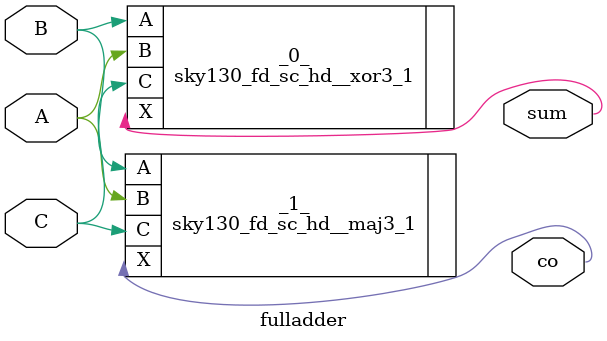
<source format=v>
/* Generated by Yosys 0.9 (git sha1 1979e0b) */

module fulladder(A, B, C, sum, co);
  input A;
  input B;
  input C;
  output co;
  output sum;
  sky130_fd_sc_hd__xor3_1 _0_ (
    .A(B),
    .B(A),
    .C(C),
    .X(sum)
  );
  sky130_fd_sc_hd__maj3_1 _1_ (
    .A(B),
    .B(A),
    .C(C),
    .X(co)
  );
endmodule

</source>
